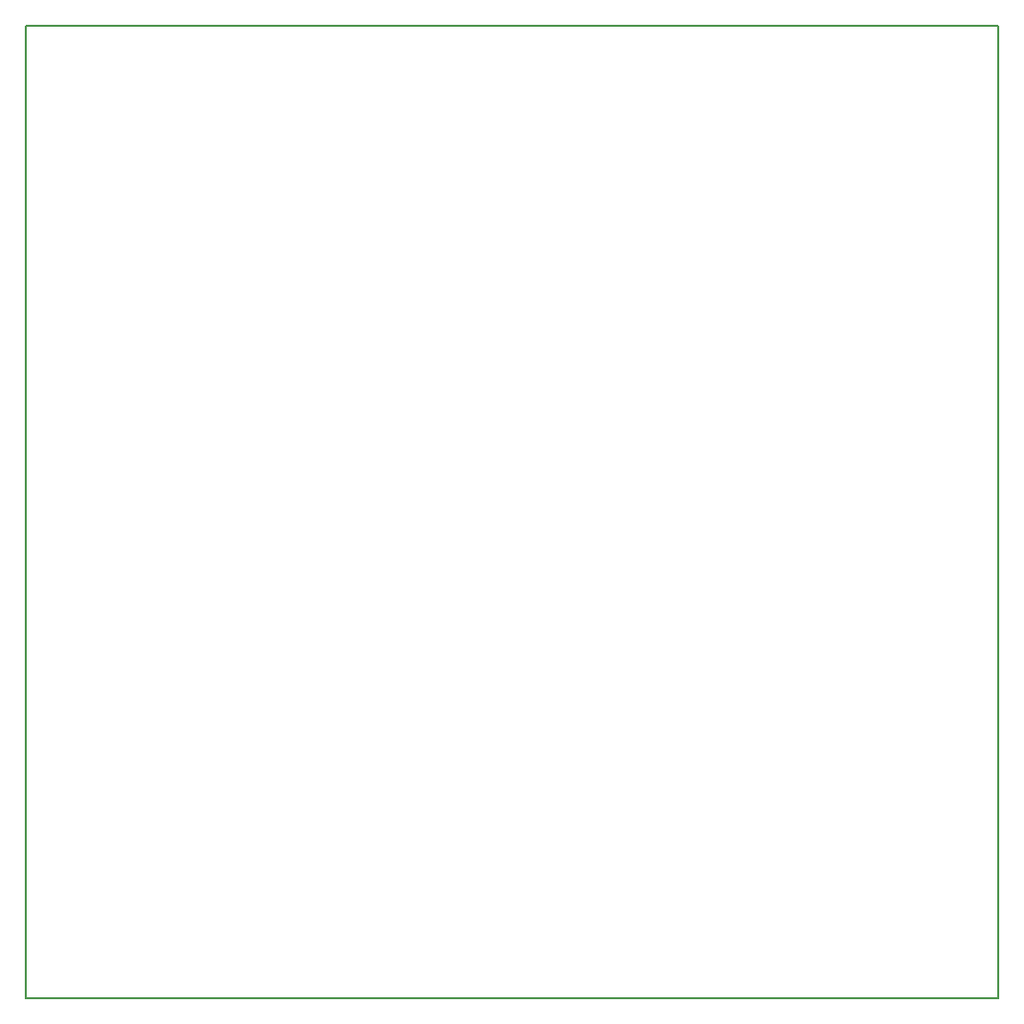
<source format=gm1>
G04 #@! TF.GenerationSoftware,KiCad,Pcbnew,5.0.2-bee76a0~70~ubuntu16.04.1*
G04 #@! TF.CreationDate,2018-12-09T14:19:21+01:00*
G04 #@! TF.ProjectId,STM32Node,53544d33-324e-46f6-9465-2e6b69636164,rev?*
G04 #@! TF.SameCoordinates,Original*
G04 #@! TF.FileFunction,Profile,NP*
%FSLAX46Y46*%
G04 Gerber Fmt 4.6, Leading zero omitted, Abs format (unit mm)*
G04 Created by KiCad (PCBNEW 5.0.2-bee76a0~70~ubuntu16.04.1) date So 09 Dez 2018 14:19:21 CET*
%MOMM*%
%LPD*%
G01*
G04 APERTURE LIST*
%ADD10C,0.200000*%
G04 APERTURE END LIST*
D10*
X253000000Y-50000000D02*
X170000000Y-50000000D01*
X253000000Y-133000000D02*
X253000000Y-50000000D01*
X170000000Y-133000000D02*
X253000000Y-133000000D01*
X170000000Y-50000000D02*
X170000000Y-133000000D01*
M02*

</source>
